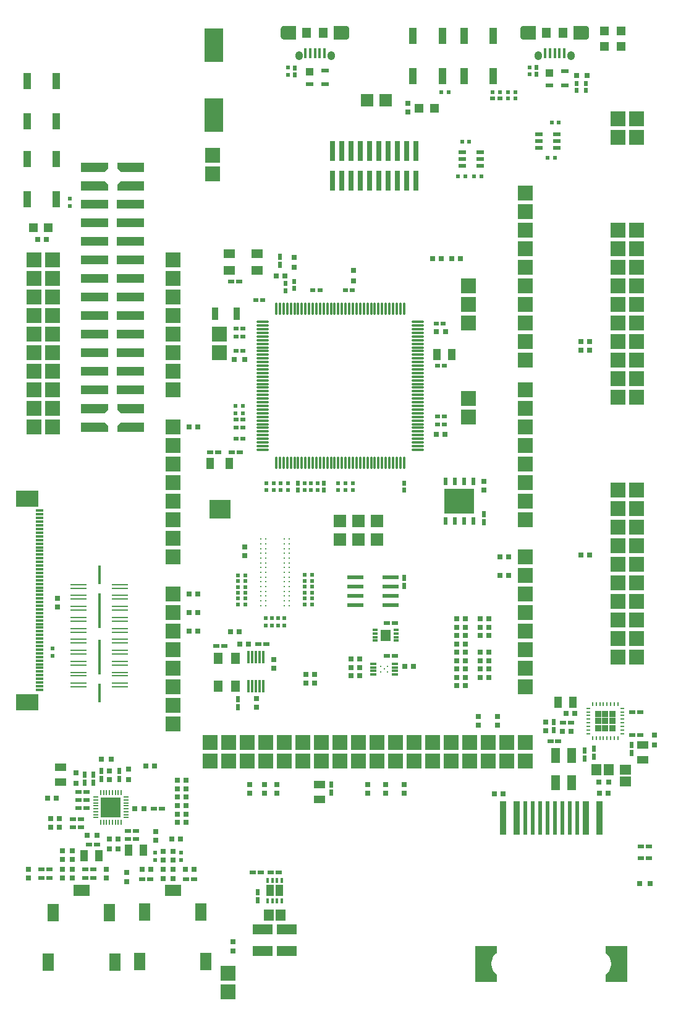
<source format=gtp>
G04 Layer_Color=8421504*
%FSLAX43Y43*%
%MOMM*%
G71*
G01*
G75*
%ADD11R,0.550X0.600*%
%ADD12R,0.600X0.550*%
%ADD13R,0.800X0.650*%
%ADD14R,0.650X0.500*%
%ADD15R,0.500X0.650*%
%ADD16R,1.600X1.300*%
%ADD17R,1.000X2.250*%
%ADD18R,2.800X1.400*%
%ADD19R,0.650X0.800*%
%ADD20R,1.092X1.600*%
%ADD21R,0.700X0.700*%
%ADD22R,0.700X0.700*%
%ADD24R,0.900X0.600*%
%ADD25R,0.600X0.900*%
%ADD26R,0.762X0.762*%
%ADD27R,0.762X0.762*%
%ADD28R,0.500X0.600*%
%ADD29R,1.600X1.092*%
%ADD30R,1.500X1.350*%
%ADD31R,1.350X1.500*%
%ADD32R,2.200X1.500*%
%ADD33R,1.500X2.400*%
%ADD34R,1.100X1.000*%
%ADD35R,1.100X0.600*%
%ADD36R,1.200X1.200*%
%ADD37R,1.200X1.200*%
%ADD38R,0.400X1.350*%
%ADD39R,1.050X0.600*%
%ADD40R,0.950X1.750*%
%ADD41R,2.500X4.600*%
%ADD42R,2.200X0.600*%
%ADD43R,0.300X1.700*%
%ADD44O,0.300X1.700*%
%ADD45O,1.700X0.300*%
%ADD47R,0.850X0.300*%
%ADD48R,0.230X0.500*%
%ADD50R,0.500X0.230*%
%ADD51C,0.320*%
%ADD52R,4.100X3.500*%
%ADD53R,0.600X1.100*%
%ADD55R,0.350X0.675*%
%ADD56R,0.700X0.300*%
%ADD58O,0.200X0.700*%
%ADD59O,0.700X0.200*%
%ADD60R,2.800X2.800*%
%ADD61R,1.300X1.600*%
%ADD62R,1.000X1.600*%
%ADD63R,3.000X2.500*%
%ADD64R,1.200X2.000*%
%ADD65R,2.000X4.900*%
%ADD66R,0.810X4.600*%
%ADD67R,0.610X4.600*%
%ADD68R,1.100X0.300*%
%ADD69R,3.100X2.300*%
%ADD70R,3.200X1.270*%
%ADD71R,3.683X1.270*%
%ADD72R,0.740X2.790*%
%ADD73R,0.430X4.700*%
%ADD74R,0.430X2.540*%
%ADD75R,2.270X0.280*%
G04:AMPARAMS|DCode=90|XSize=2.1mm|YSize=1.9mm|CornerRadius=0.494mm|HoleSize=0mm|Usage=FLASHONLY|Rotation=0.000|XOffset=0mm|YOffset=0mm|HoleType=Round|Shape=RoundedRectangle|*
%AMROUNDEDRECTD90*
21,1,2.100,0.912,0,0,0.0*
21,1,1.112,1.900,0,0,0.0*
1,1,0.988,0.556,-0.456*
1,1,0.988,-0.556,-0.456*
1,1,0.988,-0.556,0.456*
1,1,0.988,0.556,0.456*
%
%ADD90ROUNDEDRECTD90*%
G04:AMPARAMS|DCode=91|XSize=1.05mm|YSize=1.25mm|CornerRadius=0.525mm|HoleSize=0mm|Usage=FLASHONLY|Rotation=180.000|XOffset=0mm|YOffset=0mm|HoleType=Round|Shape=RoundedRectangle|*
%AMROUNDEDRECTD91*
21,1,1.050,0.200,0,0,180.0*
21,1,0.000,1.250,0,0,180.0*
1,1,1.050,0.000,0.100*
1,1,1.050,0.000,0.100*
1,1,1.050,0.000,-0.100*
1,1,1.050,0.000,-0.100*
%
%ADD91ROUNDEDRECTD91*%
%ADD154R,2.100X2.100*%
%ADD155R,2.100X2.100*%
%ADD156C,0.264*%
%ADD157R,1.750X1.750*%
%ADD158R,0.870X0.870*%
%ADD159R,1.125X1.550*%
%ADD160R,1.700X1.700*%
%ADD161R,1.350X1.550*%
%ADD162R,1.300X1.400*%
G36*
X-76820Y-53299D02*
X-77270Y-53749D01*
X-80500D01*
Y-52479D01*
X-76820D01*
Y-53299D01*
D02*
G37*
G36*
X-71870Y-53749D02*
X-75100D01*
X-75550Y-53299D01*
Y-52479D01*
X-71870D01*
Y-53749D01*
D02*
G37*
G36*
X-76820Y-22449D02*
Y-23269D01*
X-80500D01*
Y-21999D01*
X-77270D01*
X-76820Y-22449D01*
D02*
G37*
G36*
X-71870Y-56289D02*
X-75550D01*
Y-55469D01*
X-75100Y-55019D01*
X-71870D01*
Y-56289D01*
D02*
G37*
G36*
X-23495Y-127581D02*
X-23494Y-127585D01*
X-23611Y-127675D01*
X-23821Y-127881D01*
X-23995Y-128117D01*
X-24131Y-128378D01*
X-24223Y-128658D01*
X-24269Y-128948D01*
Y-129242D01*
X-24223Y-129532D01*
X-24131Y-129812D01*
X-23995Y-130073D01*
X-23821Y-130309D01*
X-23611Y-130515D01*
X-23494Y-130605D01*
X-23495D01*
Y-131545D01*
X-26495D01*
Y-126645D01*
X-23495D01*
X-23495Y-127581D01*
D02*
G37*
G36*
X-5655Y-131545D02*
X-8655D01*
X-8655Y-130609D01*
Y-130610D01*
X-8656Y-130605D01*
X-8539Y-130515D01*
X-8329Y-130309D01*
X-8155Y-130073D01*
X-8019Y-129812D01*
X-7927Y-129532D01*
X-7881Y-129242D01*
Y-128948D01*
X-7927Y-128658D01*
X-8019Y-128378D01*
X-8155Y-128117D01*
X-8329Y-127881D01*
X-8539Y-127675D01*
X-8656Y-127585D01*
Y-127585D01*
X-8655D01*
Y-126645D01*
X-5655D01*
Y-131545D01*
D02*
G37*
G36*
X-76820Y-55469D02*
Y-56289D01*
X-80500D01*
Y-55019D01*
X-77270D01*
X-76820Y-55469D01*
D02*
G37*
G36*
X-44186Y-729D02*
X-44133Y-736D01*
X-44080Y-751D01*
X-44037Y-767D01*
X-43995Y-787D01*
X-43951Y-815D01*
X-43913Y-844D01*
X-43874Y-878D01*
X-43845Y-914D01*
X-43817Y-951D01*
X-43793Y-992D01*
X-43773Y-1034D01*
X-43757Y-1076D01*
X-43745Y-1127D01*
X-43738Y-1172D01*
X-43734Y-1225D01*
Y-2125D01*
X-43738Y-2180D01*
X-43746Y-2225D01*
X-43758Y-2275D01*
X-43774Y-2315D01*
X-43787Y-2348D01*
X-43812Y-2391D01*
X-43838Y-2428D01*
X-43869Y-2466D01*
X-43914Y-2507D01*
X-43954Y-2537D01*
X-44000Y-2566D01*
X-44053Y-2590D01*
X-44140Y-2616D01*
X-44234Y-2625D01*
X-45834D01*
Y-725D01*
X-44234D01*
X-44186Y-729D01*
D02*
G37*
G36*
X-18200Y-2625D02*
X-19800D01*
X-19848Y-2621D01*
X-19901Y-2614D01*
X-19954Y-2599D01*
X-19997Y-2583D01*
X-20039Y-2563D01*
X-20083Y-2535D01*
X-20121Y-2506D01*
X-20160Y-2472D01*
X-20189Y-2436D01*
X-20217Y-2399D01*
X-20241Y-2358D01*
X-20261Y-2316D01*
X-20277Y-2274D01*
X-20289Y-2223D01*
X-20296Y-2178D01*
X-20300Y-2125D01*
Y-1225D01*
X-20296Y-1170D01*
X-20288Y-1125D01*
X-20276Y-1075D01*
X-20260Y-1035D01*
X-20247Y-1002D01*
X-20222Y-959D01*
X-20196Y-922D01*
X-20165Y-884D01*
X-20120Y-843D01*
X-20080Y-813D01*
X-20034Y-784D01*
X-19981Y-760D01*
X-19894Y-734D01*
X-19800Y-725D01*
X-18200D01*
Y-2625D01*
D02*
G37*
G36*
X-11352Y-729D02*
X-11299Y-736D01*
X-11246Y-751D01*
X-11203Y-767D01*
X-11161Y-787D01*
X-11117Y-815D01*
X-11079Y-844D01*
X-11040Y-878D01*
X-11011Y-914D01*
X-10983Y-951D01*
X-10959Y-992D01*
X-10939Y-1034D01*
X-10923Y-1076D01*
X-10911Y-1127D01*
X-10904Y-1172D01*
X-10900Y-1225D01*
Y-2125D01*
X-10904Y-2180D01*
X-10912Y-2225D01*
X-10924Y-2275D01*
X-10940Y-2315D01*
X-10953Y-2348D01*
X-10978Y-2391D01*
X-11004Y-2428D01*
X-11035Y-2466D01*
X-11080Y-2507D01*
X-11120Y-2537D01*
X-11166Y-2566D01*
X-11219Y-2590D01*
X-11306Y-2616D01*
X-11400Y-2625D01*
X-13000D01*
Y-725D01*
X-11400D01*
X-11352Y-729D01*
D02*
G37*
G36*
X-51034Y-2625D02*
X-52634D01*
X-52682Y-2621D01*
X-52735Y-2614D01*
X-52788Y-2599D01*
X-52831Y-2583D01*
X-52873Y-2563D01*
X-52917Y-2535D01*
X-52955Y-2506D01*
X-52994Y-2472D01*
X-53023Y-2436D01*
X-53051Y-2399D01*
X-53075Y-2358D01*
X-53095Y-2316D01*
X-53111Y-2274D01*
X-53123Y-2223D01*
X-53130Y-2178D01*
X-53134Y-2125D01*
Y-1225D01*
X-53130Y-1170D01*
X-53122Y-1125D01*
X-53110Y-1075D01*
X-53094Y-1035D01*
X-53081Y-1002D01*
X-53056Y-959D01*
X-53030Y-922D01*
X-52999Y-884D01*
X-52954Y-843D01*
X-52914Y-813D01*
X-52868Y-784D01*
X-52815Y-760D01*
X-52728Y-734D01*
X-52634Y-725D01*
X-51034D01*
Y-2625D01*
D02*
G37*
G36*
X-71870Y-23269D02*
X-75550D01*
Y-22449D01*
X-75100Y-21999D01*
X-71870D01*
Y-23269D01*
D02*
G37*
G36*
X-76820Y-20279D02*
X-77270Y-20729D01*
X-80500D01*
Y-19459D01*
X-76820D01*
Y-20279D01*
D02*
G37*
G36*
X-71870Y-20729D02*
X-75100D01*
X-75550Y-20279D01*
Y-19459D01*
X-71870D01*
Y-20729D01*
D02*
G37*
D11*
X-52622Y-81777D02*
D03*
Y-82777D02*
D03*
X-53489Y-81777D02*
D03*
Y-82777D02*
D03*
X-54355Y-81777D02*
D03*
Y-82777D02*
D03*
X-55222Y-81777D02*
D03*
Y-82777D02*
D03*
X-49850Y-64300D02*
D03*
Y-63300D02*
D03*
X-48100Y-64300D02*
D03*
Y-63300D02*
D03*
X-48975Y-64300D02*
D03*
Y-63300D02*
D03*
X-45250Y-64300D02*
D03*
Y-63300D02*
D03*
X-43250Y-64300D02*
D03*
Y-63300D02*
D03*
X-52151Y-64300D02*
D03*
Y-63300D02*
D03*
X-53137Y-64300D02*
D03*
Y-63300D02*
D03*
X-54124Y-64300D02*
D03*
Y-63300D02*
D03*
X-55111Y-64300D02*
D03*
Y-63300D02*
D03*
X-82050Y-24425D02*
D03*
Y-25425D02*
D03*
X-52100Y-7478D02*
D03*
Y-6478D02*
D03*
X-19000Y-7400D02*
D03*
Y-6400D02*
D03*
X-84414Y-86946D02*
D03*
Y-85946D02*
D03*
X-44250Y-63300D02*
D03*
Y-64300D02*
D03*
D12*
X-49858Y-79911D02*
D03*
X-48858D02*
D03*
X-49858Y-79106D02*
D03*
X-48858D02*
D03*
X-49858Y-78301D02*
D03*
X-48858D02*
D03*
X-49858Y-77495D02*
D03*
X-48858D02*
D03*
X-49858Y-76690D02*
D03*
X-48858D02*
D03*
X-49858Y-75885D02*
D03*
X-48858D02*
D03*
X-57986Y-75950D02*
D03*
X-58986D02*
D03*
X-57986Y-76742D02*
D03*
X-58986D02*
D03*
X-57986Y-77534D02*
D03*
X-58986D02*
D03*
X-57986Y-78327D02*
D03*
X-58986D02*
D03*
X-57986Y-79119D02*
D03*
X-58986D02*
D03*
X-57986Y-79911D02*
D03*
X-58986D02*
D03*
X-16025Y-14000D02*
D03*
X-15025D02*
D03*
X-59300Y-53750D02*
D03*
X-58300D02*
D03*
X-59300Y-52750D02*
D03*
X-58300D02*
D03*
X-20975Y-10675D02*
D03*
X-21975D02*
D03*
X-31150Y-9850D02*
D03*
X-30150D02*
D03*
X-24100Y-9800D02*
D03*
X-23100D02*
D03*
X-21975D02*
D03*
X-20975D02*
D03*
X-15575Y-18800D02*
D03*
X-16575D02*
D03*
X-25632Y-21324D02*
D03*
X-26632D02*
D03*
X-28297Y-16630D02*
D03*
X-27297D02*
D03*
X-27827Y-21324D02*
D03*
X-28827D02*
D03*
D13*
X-30593Y-42578D02*
D03*
X-31793D02*
D03*
X-28542Y-32600D02*
D03*
X-29742D02*
D03*
X-31115D02*
D03*
X-32315D02*
D03*
X-57550Y-85325D02*
D03*
X-58750D02*
D03*
X-70400Y-102025D02*
D03*
X-71600D02*
D03*
X-85075Y-106400D02*
D03*
X-83875D02*
D03*
X-64975Y-116125D02*
D03*
X-66175D02*
D03*
X-72150D02*
D03*
X-70950D02*
D03*
X-66875Y-112025D02*
D03*
X-68075D02*
D03*
X-84650Y-110400D02*
D03*
X-83450D02*
D03*
X-84650Y-109250D02*
D03*
X-83450D02*
D03*
X-66125Y-104000D02*
D03*
X-67325D02*
D03*
X-71900Y-107875D02*
D03*
X-73100D02*
D03*
X-25794Y-87623D02*
D03*
X-24594D02*
D03*
X-25788Y-84173D02*
D03*
X-24588D02*
D03*
X-24594Y-88773D02*
D03*
X-25794D02*
D03*
X-25794Y-89923D02*
D03*
X-24594D02*
D03*
X-25794Y-81873D02*
D03*
X-24594D02*
D03*
X-25794Y-83023D02*
D03*
X-24594D02*
D03*
X-25794Y-86473D02*
D03*
X-24594D02*
D03*
X-27869Y-88773D02*
D03*
X-29069D02*
D03*
X-12850Y-94825D02*
D03*
X-14050D02*
D03*
X-27869Y-85323D02*
D03*
X-29069D02*
D03*
X-27869Y-89923D02*
D03*
X-29069D02*
D03*
X-27869Y-81873D02*
D03*
X-29069D02*
D03*
X-27869Y-83023D02*
D03*
X-29069D02*
D03*
X-27869Y-86473D02*
D03*
X-29069D02*
D03*
X-27869Y-87623D02*
D03*
X-29069D02*
D03*
X-27869Y-84173D02*
D03*
X-29069D02*
D03*
X-14550Y-97250D02*
D03*
X-13350D02*
D03*
X-23900Y-105800D02*
D03*
X-22700D02*
D03*
X-9450Y-105775D02*
D03*
X-8250D02*
D03*
X-27869Y-91048D02*
D03*
X-29069D02*
D03*
X-34925Y-88425D02*
D03*
X-36125D02*
D03*
X-42300Y-87375D02*
D03*
X-43500D02*
D03*
X-42300Y-88525D02*
D03*
X-43500D02*
D03*
X-42300Y-89675D02*
D03*
X-43500D02*
D03*
X-86450Y-29969D02*
D03*
X-85250D02*
D03*
X-52528Y-34968D02*
D03*
X-53728D02*
D03*
X-48475Y-90650D02*
D03*
X-49675D02*
D03*
X-48475Y-89500D02*
D03*
X-49675D02*
D03*
X-66125Y-105150D02*
D03*
X-67325D02*
D03*
X-66125Y-106300D02*
D03*
X-67325D02*
D03*
X-66125Y-108600D02*
D03*
X-67325D02*
D03*
X-60000Y-83675D02*
D03*
X-58800D02*
D03*
X-66125Y-109750D02*
D03*
X-67325D02*
D03*
X-66125Y-107450D02*
D03*
X-67325D02*
D03*
X-64475Y-83594D02*
D03*
X-65675D02*
D03*
X-64475Y-81069D02*
D03*
X-65675D02*
D03*
X-64475Y-78519D02*
D03*
X-65675D02*
D03*
X-64475Y-55644D02*
D03*
X-65675D02*
D03*
X-12050Y-73175D02*
D03*
X-10850D02*
D03*
X-23100Y-75969D02*
D03*
X-21900D02*
D03*
X-23100Y-73419D02*
D03*
X-21900D02*
D03*
X-12050Y-45125D02*
D03*
X-10850D02*
D03*
X-12050Y-43975D02*
D03*
X-10850D02*
D03*
X-30600Y-56649D02*
D03*
X-31800D02*
D03*
D14*
X-58325Y-45250D02*
D03*
X-59275D02*
D03*
X-43350Y-36900D02*
D03*
X-44300D02*
D03*
X-31850Y-41475D02*
D03*
X-30900D02*
D03*
X-31675Y-54150D02*
D03*
X-30725D02*
D03*
X-58325Y-57250D02*
D03*
X-59275D02*
D03*
X-58325Y-54650D02*
D03*
X-59275D02*
D03*
X-58325Y-42200D02*
D03*
X-59275D02*
D03*
X-55575Y-38250D02*
D03*
X-56525D02*
D03*
X-48725Y-36900D02*
D03*
X-47775D02*
D03*
X-31675Y-47250D02*
D03*
X-30725D02*
D03*
X-31675Y-55250D02*
D03*
X-30725D02*
D03*
X-58325Y-55750D02*
D03*
X-59275D02*
D03*
X-58325Y-43300D02*
D03*
X-59275D02*
D03*
X-24075Y-10675D02*
D03*
X-23125D02*
D03*
D15*
X-51300Y-36675D02*
D03*
Y-35725D02*
D03*
X-47250Y-63325D02*
D03*
Y-64275D02*
D03*
X-36250Y-63325D02*
D03*
Y-64275D02*
D03*
X-50750Y-63325D02*
D03*
Y-64275D02*
D03*
X-52450Y-36025D02*
D03*
Y-36975D02*
D03*
X-51200Y-6503D02*
D03*
Y-7453D02*
D03*
X-11300Y-9575D02*
D03*
Y-8625D02*
D03*
X-12600Y-9575D02*
D03*
Y-8625D02*
D03*
X-18100Y-6425D02*
D03*
Y-7375D02*
D03*
D16*
X-60175Y-31925D02*
D03*
X-56375D02*
D03*
Y-34225D02*
D03*
X-60175D02*
D03*
D17*
X-83850Y-13825D02*
D03*
Y-8325D02*
D03*
X-87850D02*
D03*
Y-13825D02*
D03*
X-31000Y-7650D02*
D03*
Y-2150D02*
D03*
X-35000D02*
D03*
Y-7650D02*
D03*
X-24000D02*
D03*
Y-2150D02*
D03*
X-28000D02*
D03*
Y-7650D02*
D03*
X-83850Y-24450D02*
D03*
Y-18950D02*
D03*
X-87850D02*
D03*
Y-24450D02*
D03*
D18*
X-52305Y-127300D02*
D03*
Y-124400D02*
D03*
X-55605D02*
D03*
Y-127300D02*
D03*
D19*
X-76625Y-102675D02*
D03*
Y-103875D02*
D03*
X-56500Y-94025D02*
D03*
Y-92825D02*
D03*
X-74200Y-117825D02*
D03*
Y-116625D02*
D03*
X-87725Y-117350D02*
D03*
Y-116150D02*
D03*
X-77075Y-117350D02*
D03*
Y-116150D02*
D03*
X-70300Y-112200D02*
D03*
Y-111000D02*
D03*
X-67900Y-114900D02*
D03*
Y-113700D02*
D03*
X-69225Y-114900D02*
D03*
Y-113700D02*
D03*
X-81725Y-113650D02*
D03*
Y-114850D02*
D03*
X-83075Y-113650D02*
D03*
Y-114850D02*
D03*
X-16875Y-95975D02*
D03*
Y-97175D02*
D03*
X-59700Y-126100D02*
D03*
Y-127300D02*
D03*
X-57377Y-104550D02*
D03*
Y-105750D02*
D03*
X-53678Y-104550D02*
D03*
Y-105750D02*
D03*
X-55377Y-104550D02*
D03*
Y-105750D02*
D03*
X-36253Y-104550D02*
D03*
Y-105750D02*
D03*
X-38753Y-104550D02*
D03*
Y-105750D02*
D03*
X-41253Y-104550D02*
D03*
Y-105750D02*
D03*
X-25325Y-64300D02*
D03*
Y-63100D02*
D03*
X-58050Y-72075D02*
D03*
Y-73275D02*
D03*
X-54100Y-87475D02*
D03*
Y-88675D02*
D03*
X-26025Y-95269D02*
D03*
Y-96469D02*
D03*
X-23475Y-95275D02*
D03*
Y-96475D02*
D03*
X-69225Y-117400D02*
D03*
Y-116200D02*
D03*
X-81725Y-116150D02*
D03*
Y-117350D02*
D03*
X-83075Y-116150D02*
D03*
Y-117350D02*
D03*
X-35675Y-11350D02*
D03*
Y-12550D02*
D03*
X-83706Y-80300D02*
D03*
Y-79100D02*
D03*
X-67900Y-117400D02*
D03*
Y-116200D02*
D03*
D20*
X-73991Y-113525D02*
D03*
X-71959D02*
D03*
X-78034Y-114300D02*
D03*
X-80066D02*
D03*
X-31725Y-45725D02*
D03*
X-29693D02*
D03*
X-13150Y-93275D02*
D03*
X-15182D02*
D03*
D21*
X-1925Y-99175D02*
D03*
Y-97775D02*
D03*
X-43175Y-34250D02*
D03*
Y-35650D02*
D03*
X-51300Y-32426D02*
D03*
Y-33826D02*
D03*
D22*
X-8175Y-104225D02*
D03*
X-9575D02*
D03*
X-58075Y-46400D02*
D03*
X-59475D02*
D03*
X-11200Y-7500D02*
D03*
X-12600D02*
D03*
X-3925Y-118075D02*
D03*
X-2525D02*
D03*
D24*
X-54475Y-116580D02*
D03*
X-53375D02*
D03*
X-55850D02*
D03*
X-56950D02*
D03*
X-61925Y-85625D02*
D03*
X-60825D02*
D03*
X-55100Y-85350D02*
D03*
X-56200D02*
D03*
X-74050Y-110875D02*
D03*
X-72950D02*
D03*
X-74050Y-111975D02*
D03*
X-72950D02*
D03*
X-78325Y-112750D02*
D03*
X-79425D02*
D03*
X-79750Y-106700D02*
D03*
X-80850D02*
D03*
X-79750Y-107800D02*
D03*
X-80850D02*
D03*
X-66125Y-117500D02*
D03*
X-65025D02*
D03*
X-71000D02*
D03*
X-72100D02*
D03*
X-80850Y-105600D02*
D03*
X-79750D02*
D03*
X-80500Y-110375D02*
D03*
X-81600D02*
D03*
X-80500Y-109275D02*
D03*
X-81600D02*
D03*
X-84850Y-117350D02*
D03*
X-85950D02*
D03*
X-79950D02*
D03*
X-78850D02*
D03*
X-84850Y-116150D02*
D03*
X-85950D02*
D03*
X-79950D02*
D03*
X-78850D02*
D03*
X-69425Y-107875D02*
D03*
X-70525D02*
D03*
X-13400Y-96125D02*
D03*
X-14500D02*
D03*
X-4950Y-97825D02*
D03*
X-3850D02*
D03*
X-16200Y-98650D02*
D03*
X-15100D02*
D03*
X-3775Y-114665D02*
D03*
X-2675D02*
D03*
X-3775Y-113025D02*
D03*
X-2675D02*
D03*
X-4950Y-94625D02*
D03*
X-3850D02*
D03*
X-37475Y-82475D02*
D03*
X-38575D02*
D03*
X-37475Y-86925D02*
D03*
X-38575D02*
D03*
X-58800Y-35750D02*
D03*
X-59900D02*
D03*
X-61675Y-59075D02*
D03*
X-62775D02*
D03*
X-58725D02*
D03*
X-59825D02*
D03*
D25*
X-77750Y-103825D02*
D03*
Y-102725D02*
D03*
X-78850Y-104325D02*
D03*
Y-103225D02*
D03*
X-79975Y-104325D02*
D03*
Y-103225D02*
D03*
X-58975Y-92875D02*
D03*
Y-93975D02*
D03*
X-75250Y-103832D02*
D03*
Y-102732D02*
D03*
X-15750Y-96025D02*
D03*
Y-97125D02*
D03*
X-5100Y-99125D02*
D03*
Y-100225D02*
D03*
X-11525Y-101000D02*
D03*
Y-99900D02*
D03*
X-10250Y-99650D02*
D03*
Y-100750D02*
D03*
X-46248Y-104600D02*
D03*
Y-105700D02*
D03*
X-25325Y-68650D02*
D03*
Y-67550D02*
D03*
X-36225Y-76275D02*
D03*
Y-77375D02*
D03*
X-53275Y-33475D02*
D03*
Y-32375D02*
D03*
X-56250Y-120380D02*
D03*
Y-119280D02*
D03*
D26*
X-81175Y-104374D02*
D03*
Y-102977D02*
D03*
X-74025Y-103881D02*
D03*
Y-102484D02*
D03*
X-76600Y-112002D02*
D03*
Y-113398D02*
D03*
X-75400Y-112002D02*
D03*
Y-113398D02*
D03*
D27*
X-78276Y-111550D02*
D03*
X-79674D02*
D03*
X-76352Y-101075D02*
D03*
X-77748D02*
D03*
D28*
X-70333Y-113851D02*
D03*
X-70333Y-114901D02*
D03*
X-66802Y-113851D02*
D03*
X-66802Y-114901D02*
D03*
D29*
X-3525Y-99150D02*
D03*
Y-101182D02*
D03*
X-47823Y-104550D02*
D03*
Y-106582D02*
D03*
X-83325Y-104266D02*
D03*
Y-102234D02*
D03*
D30*
X-5900Y-102500D02*
D03*
Y-104150D02*
D03*
D31*
X-9875Y-102550D02*
D03*
X-8225D02*
D03*
X-53125Y-122455D02*
D03*
X-54775D02*
D03*
D32*
X-67925Y-119025D02*
D03*
X-80425Y-119075D02*
D03*
D33*
X-63375Y-128775D02*
D03*
X-72475D02*
D03*
X-64075Y-122025D02*
D03*
X-71775D02*
D03*
X-75875Y-128825D02*
D03*
X-84975D02*
D03*
X-76575Y-122075D02*
D03*
X-84275D02*
D03*
D34*
X-16325Y-7178D02*
D03*
X-49159Y-7028D02*
D03*
D35*
X-16325Y-8878D02*
D03*
X-14225D02*
D03*
Y-6978D02*
D03*
X-49159Y-8728D02*
D03*
X-47059D02*
D03*
Y-6828D02*
D03*
D36*
X-34150Y-12000D02*
D03*
X-32050D02*
D03*
X-84954Y-28350D02*
D03*
X-87054D02*
D03*
D37*
X-6500Y-1450D02*
D03*
Y-3550D02*
D03*
X-8750Y-1450D02*
D03*
Y-3550D02*
D03*
D38*
X-49734Y-4475D02*
D03*
X-49084D02*
D03*
X-47134D02*
D03*
X-47784D02*
D03*
X-48434D02*
D03*
X-16900D02*
D03*
X-16250D02*
D03*
X-15600D02*
D03*
X-14950D02*
D03*
X-14300D02*
D03*
D39*
X-25807Y-19918D02*
D03*
Y-18968D02*
D03*
Y-18018D02*
D03*
X-28257D02*
D03*
Y-18968D02*
D03*
Y-19918D02*
D03*
X-15287Y-17445D02*
D03*
Y-16495D02*
D03*
Y-15545D02*
D03*
X-17737D02*
D03*
Y-16495D02*
D03*
Y-17445D02*
D03*
D40*
X-62125Y-40125D02*
D03*
X-59175D02*
D03*
D41*
X-62325Y-3350D02*
D03*
Y-12950D02*
D03*
D42*
X-42925Y-76220D02*
D03*
Y-77490D02*
D03*
Y-78760D02*
D03*
Y-80030D02*
D03*
X-38125Y-76220D02*
D03*
Y-77490D02*
D03*
Y-78760D02*
D03*
Y-80030D02*
D03*
D43*
X-55550Y-87100D02*
D03*
X-56050D02*
D03*
X-56550D02*
D03*
X-57050D02*
D03*
X-57550D02*
D03*
X-55550Y-91100D02*
D03*
X-56050D02*
D03*
X-56550D02*
D03*
X-57050D02*
D03*
X-57550D02*
D03*
D44*
X-53750Y-39450D02*
D03*
X-53250D02*
D03*
X-52750D02*
D03*
X-52250D02*
D03*
X-51750D02*
D03*
X-51250D02*
D03*
X-50750D02*
D03*
X-49250D02*
D03*
X-48750D02*
D03*
X-48250D02*
D03*
X-47750D02*
D03*
X-47250D02*
D03*
X-46750D02*
D03*
X-46250D02*
D03*
X-45750D02*
D03*
X-45250D02*
D03*
X-44750D02*
D03*
X-44250D02*
D03*
X-43750D02*
D03*
X-43250D02*
D03*
X-42750D02*
D03*
X-42250D02*
D03*
X-41750D02*
D03*
X-41250D02*
D03*
X-40750D02*
D03*
X-40250D02*
D03*
X-39750D02*
D03*
X-39250D02*
D03*
X-38750D02*
D03*
X-38250D02*
D03*
X-37750D02*
D03*
X-37250D02*
D03*
X-36750D02*
D03*
X-36250D02*
D03*
Y-60550D02*
D03*
X-36750D02*
D03*
X-37250D02*
D03*
X-37750D02*
D03*
X-38250D02*
D03*
X-38750D02*
D03*
X-39250D02*
D03*
X-39750D02*
D03*
X-40250D02*
D03*
X-40750D02*
D03*
X-41250D02*
D03*
X-41750D02*
D03*
X-42250D02*
D03*
X-42750D02*
D03*
X-43250D02*
D03*
X-43750D02*
D03*
X-44250D02*
D03*
X-44750D02*
D03*
X-45250D02*
D03*
X-45750D02*
D03*
X-46250D02*
D03*
X-46750D02*
D03*
X-47250D02*
D03*
X-47750D02*
D03*
X-48250D02*
D03*
X-48750D02*
D03*
X-49250D02*
D03*
X-49750D02*
D03*
X-50250D02*
D03*
X-50750D02*
D03*
X-51250D02*
D03*
X-51750D02*
D03*
X-52250D02*
D03*
X-52750D02*
D03*
X-53250D02*
D03*
X-53750D02*
D03*
X-49750Y-39450D02*
D03*
X-50250D02*
D03*
D45*
X-34400Y-41250D02*
D03*
Y-41750D02*
D03*
Y-42250D02*
D03*
Y-42750D02*
D03*
Y-43250D02*
D03*
Y-43750D02*
D03*
Y-44250D02*
D03*
Y-44750D02*
D03*
Y-45250D02*
D03*
Y-45750D02*
D03*
Y-46250D02*
D03*
Y-46750D02*
D03*
Y-47250D02*
D03*
Y-47750D02*
D03*
Y-48250D02*
D03*
Y-48750D02*
D03*
Y-49250D02*
D03*
Y-49750D02*
D03*
Y-50250D02*
D03*
Y-50750D02*
D03*
Y-51250D02*
D03*
Y-51750D02*
D03*
Y-52250D02*
D03*
Y-52750D02*
D03*
Y-53250D02*
D03*
Y-53750D02*
D03*
Y-54250D02*
D03*
Y-54750D02*
D03*
Y-55250D02*
D03*
Y-55750D02*
D03*
Y-56250D02*
D03*
Y-56750D02*
D03*
Y-57250D02*
D03*
Y-57750D02*
D03*
Y-58250D02*
D03*
Y-58750D02*
D03*
X-55600D02*
D03*
Y-58250D02*
D03*
Y-57750D02*
D03*
Y-57250D02*
D03*
Y-56750D02*
D03*
Y-56250D02*
D03*
Y-55750D02*
D03*
Y-55250D02*
D03*
Y-54750D02*
D03*
Y-54250D02*
D03*
Y-53750D02*
D03*
Y-53250D02*
D03*
Y-52750D02*
D03*
Y-52250D02*
D03*
Y-51750D02*
D03*
Y-51250D02*
D03*
Y-50750D02*
D03*
Y-50250D02*
D03*
Y-49750D02*
D03*
Y-49250D02*
D03*
Y-48750D02*
D03*
Y-48250D02*
D03*
Y-47750D02*
D03*
Y-47250D02*
D03*
Y-46750D02*
D03*
Y-46250D02*
D03*
Y-45750D02*
D03*
Y-45250D02*
D03*
Y-44750D02*
D03*
Y-44250D02*
D03*
Y-43750D02*
D03*
Y-43250D02*
D03*
Y-42750D02*
D03*
Y-42250D02*
D03*
Y-41750D02*
D03*
Y-41250D02*
D03*
D47*
X-40450Y-88025D02*
D03*
Y-88525D02*
D03*
Y-89525D02*
D03*
Y-89025D02*
D03*
X-37500D02*
D03*
Y-89525D02*
D03*
Y-88525D02*
D03*
Y-88025D02*
D03*
D48*
X-7925Y-98225D02*
D03*
X-7425D02*
D03*
X-6925D02*
D03*
X-9425D02*
D03*
X-9925D02*
D03*
X-10425D02*
D03*
X-8425D02*
D03*
X-8925D02*
D03*
X-6925Y-93525D02*
D03*
X-10425D02*
D03*
X-8425D02*
D03*
X-7925D02*
D03*
X-7425D02*
D03*
X-8925D02*
D03*
X-9425D02*
D03*
X-9925D02*
D03*
D50*
X-6325Y-94125D02*
D03*
Y-94625D02*
D03*
Y-95125D02*
D03*
Y-95625D02*
D03*
Y-96125D02*
D03*
Y-96625D02*
D03*
Y-97125D02*
D03*
Y-97625D02*
D03*
X-11025Y-94125D02*
D03*
Y-94625D02*
D03*
Y-95125D02*
D03*
Y-95625D02*
D03*
Y-96125D02*
D03*
Y-96625D02*
D03*
Y-97125D02*
D03*
Y-97625D02*
D03*
D51*
X-51972Y-80075D02*
D03*
X-52622D02*
D03*
X-55222D02*
D03*
X-55872D02*
D03*
X-51972Y-79425D02*
D03*
X-52622D02*
D03*
X-55222D02*
D03*
X-55872D02*
D03*
X-51972Y-78775D02*
D03*
X-52622D02*
D03*
X-55222D02*
D03*
X-55872D02*
D03*
X-51972Y-78125D02*
D03*
X-52622D02*
D03*
X-55222D02*
D03*
X-55872D02*
D03*
X-51972Y-77475D02*
D03*
X-52622D02*
D03*
X-55222D02*
D03*
X-55872D02*
D03*
X-51972Y-76825D02*
D03*
X-52622D02*
D03*
X-55222D02*
D03*
X-55872D02*
D03*
X-51972Y-76175D02*
D03*
X-52622D02*
D03*
X-55222D02*
D03*
X-55872D02*
D03*
X-51972Y-75525D02*
D03*
X-52622D02*
D03*
X-55222D02*
D03*
X-55872D02*
D03*
X-51972Y-74875D02*
D03*
X-52622D02*
D03*
X-55222D02*
D03*
X-55872D02*
D03*
X-51972Y-74225D02*
D03*
X-52622D02*
D03*
X-55222D02*
D03*
X-55872D02*
D03*
X-51972Y-73575D02*
D03*
X-52622D02*
D03*
X-55222D02*
D03*
X-55872D02*
D03*
X-51972Y-72925D02*
D03*
X-52622D02*
D03*
X-55222D02*
D03*
X-55872D02*
D03*
X-51972Y-72275D02*
D03*
X-52622D02*
D03*
X-55222D02*
D03*
X-55872D02*
D03*
X-51972Y-71625D02*
D03*
X-52622D02*
D03*
X-55222D02*
D03*
X-55872D02*
D03*
X-51972Y-70975D02*
D03*
X-52622D02*
D03*
X-55222D02*
D03*
X-55872D02*
D03*
D52*
X-28650Y-65800D02*
D03*
D53*
X-26745Y-68500D02*
D03*
X-28015D02*
D03*
X-29285D02*
D03*
X-30555D02*
D03*
Y-63100D02*
D03*
X-29285D02*
D03*
X-28015D02*
D03*
X-26745D02*
D03*
D55*
X-52975Y-120493D02*
D03*
X-53625D02*
D03*
X-54275D02*
D03*
X-54925D02*
D03*
Y-117668D02*
D03*
X-54275D02*
D03*
X-53625D02*
D03*
X-52975D02*
D03*
D56*
X-37325Y-83375D02*
D03*
Y-83875D02*
D03*
Y-84375D02*
D03*
Y-84875D02*
D03*
X-40225D02*
D03*
Y-84375D02*
D03*
Y-83875D02*
D03*
Y-83375D02*
D03*
D58*
X-77800Y-109725D02*
D03*
X-77400D02*
D03*
X-77000D02*
D03*
X-76600D02*
D03*
X-76200D02*
D03*
X-75800D02*
D03*
X-75400D02*
D03*
X-75000D02*
D03*
X-77800Y-105625D02*
D03*
X-77400D02*
D03*
X-77000D02*
D03*
X-76600D02*
D03*
X-76200D02*
D03*
X-75800D02*
D03*
X-75400D02*
D03*
X-75000D02*
D03*
D59*
X-74350Y-109075D02*
D03*
Y-108675D02*
D03*
Y-108275D02*
D03*
Y-107875D02*
D03*
Y-107475D02*
D03*
Y-107075D02*
D03*
Y-106675D02*
D03*
Y-106275D02*
D03*
X-78450Y-109075D02*
D03*
Y-108675D02*
D03*
Y-108275D02*
D03*
Y-107875D02*
D03*
Y-107475D02*
D03*
Y-107075D02*
D03*
Y-106675D02*
D03*
Y-106275D02*
D03*
D60*
X-76400Y-107675D02*
D03*
D61*
X-59375Y-87300D02*
D03*
Y-91100D02*
D03*
X-61675D02*
D03*
Y-87300D02*
D03*
D62*
X-60175Y-60625D02*
D03*
X-62775D02*
D03*
D63*
X-61475Y-66875D02*
D03*
D64*
X-13276Y-104314D02*
D03*
Y-100614D02*
D03*
X-15476D02*
D03*
Y-104314D02*
D03*
D65*
X-25495Y-129095D02*
D03*
X-6655D02*
D03*
D66*
X-22685Y-109175D02*
D03*
X-20845D02*
D03*
X-11305D02*
D03*
X-9465D02*
D03*
D67*
X-19645D02*
D03*
X-18625D02*
D03*
X-17605D02*
D03*
X-16585D02*
D03*
X-15565D02*
D03*
X-13525D02*
D03*
X-12505D02*
D03*
X-14545D02*
D03*
D68*
X-86150Y-69600D02*
D03*
Y-70100D02*
D03*
Y-70600D02*
D03*
Y-71100D02*
D03*
Y-71600D02*
D03*
Y-72100D02*
D03*
Y-72600D02*
D03*
Y-73100D02*
D03*
Y-73600D02*
D03*
Y-74100D02*
D03*
Y-74600D02*
D03*
Y-75100D02*
D03*
Y-75600D02*
D03*
Y-76100D02*
D03*
Y-76600D02*
D03*
Y-77100D02*
D03*
Y-77600D02*
D03*
Y-78100D02*
D03*
Y-78600D02*
D03*
Y-79100D02*
D03*
Y-79600D02*
D03*
Y-80100D02*
D03*
Y-80600D02*
D03*
Y-81100D02*
D03*
Y-81600D02*
D03*
Y-82100D02*
D03*
Y-82600D02*
D03*
Y-83100D02*
D03*
Y-83600D02*
D03*
Y-84100D02*
D03*
Y-84600D02*
D03*
Y-85100D02*
D03*
Y-85600D02*
D03*
Y-86100D02*
D03*
Y-86600D02*
D03*
Y-87100D02*
D03*
Y-87600D02*
D03*
Y-88100D02*
D03*
Y-88600D02*
D03*
Y-89100D02*
D03*
Y-89600D02*
D03*
Y-90100D02*
D03*
Y-90600D02*
D03*
Y-91100D02*
D03*
Y-91600D02*
D03*
Y-69100D02*
D03*
Y-68600D02*
D03*
Y-68100D02*
D03*
Y-67600D02*
D03*
Y-67100D02*
D03*
D69*
X-87850Y-65430D02*
D03*
Y-93270D02*
D03*
D70*
X-73467Y-55654D02*
D03*
X-78903D02*
D03*
X-73467Y-53114D02*
D03*
X-78903D02*
D03*
X-73467Y-22634D02*
D03*
X-78903D02*
D03*
X-73467Y-20094D02*
D03*
X-78903D02*
D03*
D71*
X-73708Y-50574D02*
D03*
X-78661D02*
D03*
X-73708Y-48034D02*
D03*
X-78661D02*
D03*
X-73708Y-45494D02*
D03*
X-78661D02*
D03*
X-73708Y-42954D02*
D03*
X-78661D02*
D03*
X-73708Y-40414D02*
D03*
X-78661D02*
D03*
X-73708Y-37874D02*
D03*
X-78661D02*
D03*
X-73708Y-35334D02*
D03*
X-78661D02*
D03*
X-73708Y-32794D02*
D03*
X-78661D02*
D03*
X-73708Y-30254D02*
D03*
X-78661D02*
D03*
X-73708Y-27714D02*
D03*
X-78661D02*
D03*
X-73708Y-25174D02*
D03*
X-78661D02*
D03*
D72*
X-34610Y-17840D02*
D03*
Y-21910D02*
D03*
X-35880Y-17840D02*
D03*
Y-21910D02*
D03*
X-37150Y-17840D02*
D03*
Y-21910D02*
D03*
X-38420Y-17840D02*
D03*
Y-21910D02*
D03*
X-39690Y-17840D02*
D03*
Y-21910D02*
D03*
X-40960Y-17840D02*
D03*
Y-21910D02*
D03*
X-42230Y-17840D02*
D03*
Y-21910D02*
D03*
X-43500Y-17840D02*
D03*
Y-21910D02*
D03*
X-44770Y-17840D02*
D03*
Y-21910D02*
D03*
X-46040Y-17840D02*
D03*
Y-21910D02*
D03*
D73*
X-78000Y-80775D02*
D03*
Y-87125D02*
D03*
D74*
Y-75885D02*
D03*
Y-92015D02*
D03*
D75*
X-75130Y-91200D02*
D03*
X-80870D02*
D03*
X-75130Y-90700D02*
D03*
X-80870D02*
D03*
X-75130Y-89700D02*
D03*
X-80870D02*
D03*
X-75130Y-89200D02*
D03*
X-80870D02*
D03*
X-75130Y-88200D02*
D03*
X-80870D02*
D03*
X-75130Y-87700D02*
D03*
X-80870D02*
D03*
X-75130Y-86700D02*
D03*
X-80870D02*
D03*
X-75130Y-86200D02*
D03*
X-80870D02*
D03*
X-75130Y-85200D02*
D03*
X-80870D02*
D03*
X-75130Y-84700D02*
D03*
X-80870D02*
D03*
X-75130Y-83700D02*
D03*
X-80870D02*
D03*
X-75130Y-83200D02*
D03*
X-80870D02*
D03*
X-75130Y-82200D02*
D03*
X-80870D02*
D03*
X-75130Y-81700D02*
D03*
X-80870D02*
D03*
X-75130Y-80700D02*
D03*
X-80870D02*
D03*
X-75130Y-80200D02*
D03*
X-80870D02*
D03*
X-75130Y-79200D02*
D03*
X-80870D02*
D03*
X-75130Y-78700D02*
D03*
X-80870D02*
D03*
X-75130Y-77700D02*
D03*
X-80870D02*
D03*
X-75130Y-77200D02*
D03*
X-80870D02*
D03*
D90*
X-44784Y-1675D02*
D03*
X-52084D02*
D03*
X-11950D02*
D03*
X-19250D02*
D03*
D91*
X-46209Y-4800D02*
D03*
X-50659D02*
D03*
X-13375D02*
D03*
X-17825D02*
D03*
D154*
X-60350Y-130405D02*
D03*
Y-132945D02*
D03*
X-27442Y-51755D02*
D03*
Y-54295D02*
D03*
X-4430Y-74450D02*
D03*
X-6970D02*
D03*
X-4430Y-71910D02*
D03*
X-6970D02*
D03*
X-4430Y-69370D02*
D03*
X-6970D02*
D03*
X-4430Y-66830D02*
D03*
X-6970D02*
D03*
X-4430Y-64290D02*
D03*
X-6970Y-76990D02*
D03*
X-4430D02*
D03*
X-6970Y-79530D02*
D03*
X-4430D02*
D03*
X-6970Y-82070D02*
D03*
X-4430D02*
D03*
X-6970Y-84610D02*
D03*
X-4430D02*
D03*
X-6970Y-87150D02*
D03*
X-4430D02*
D03*
X-6970Y-64290D02*
D03*
X-61550Y-45500D02*
D03*
Y-42960D02*
D03*
X-50150Y-101374D02*
D03*
Y-98834D02*
D03*
X-52690D02*
D03*
Y-101374D02*
D03*
X-57770D02*
D03*
Y-98834D02*
D03*
X-55230D02*
D03*
Y-101374D02*
D03*
X-62850D02*
D03*
Y-98834D02*
D03*
X-60310D02*
D03*
Y-101374D02*
D03*
X-34910D02*
D03*
Y-98834D02*
D03*
X-37450D02*
D03*
Y-101374D02*
D03*
X-42530D02*
D03*
Y-98834D02*
D03*
X-39990D02*
D03*
Y-101374D02*
D03*
X-47610D02*
D03*
Y-98834D02*
D03*
X-45070D02*
D03*
Y-101374D02*
D03*
X-29830D02*
D03*
Y-98834D02*
D03*
X-32370D02*
D03*
Y-101374D02*
D03*
X-24750D02*
D03*
Y-98834D02*
D03*
X-27290D02*
D03*
Y-101374D02*
D03*
X-22210D02*
D03*
Y-98834D02*
D03*
X-19670D02*
D03*
Y-101374D02*
D03*
X-4430Y-38890D02*
D03*
X-6970D02*
D03*
X-4430Y-36350D02*
D03*
X-6970D02*
D03*
X-4430Y-33810D02*
D03*
X-6970D02*
D03*
X-4430Y-31270D02*
D03*
X-6970D02*
D03*
X-4430Y-28730D02*
D03*
X-6970Y-41430D02*
D03*
X-4430D02*
D03*
X-6970Y-43970D02*
D03*
X-4430D02*
D03*
X-6970Y-46510D02*
D03*
X-4430D02*
D03*
X-6970Y-49050D02*
D03*
X-4430D02*
D03*
X-6970Y-51590D02*
D03*
X-4430D02*
D03*
X-6970Y-28730D02*
D03*
X-4430Y-16030D02*
D03*
X-6970D02*
D03*
X-4430Y-13490D02*
D03*
X-6970D02*
D03*
X-62510Y-18447D02*
D03*
Y-20987D02*
D03*
X-86980Y-32794D02*
D03*
X-84440D02*
D03*
Y-35334D02*
D03*
X-86980D02*
D03*
Y-37874D02*
D03*
X-84440D02*
D03*
Y-40414D02*
D03*
X-86980D02*
D03*
X-84440Y-42954D02*
D03*
X-86980D02*
D03*
Y-45494D02*
D03*
X-84440D02*
D03*
Y-48034D02*
D03*
X-86980D02*
D03*
X-84440Y-55654D02*
D03*
Y-53114D02*
D03*
Y-50574D02*
D03*
X-86980D02*
D03*
Y-53114D02*
D03*
Y-55654D02*
D03*
X-27442Y-41430D02*
D03*
Y-38890D02*
D03*
Y-36350D02*
D03*
D155*
X-19670Y-50574D02*
D03*
Y-53114D02*
D03*
Y-55654D02*
D03*
Y-58194D02*
D03*
Y-60734D02*
D03*
Y-63274D02*
D03*
Y-65814D02*
D03*
Y-68354D02*
D03*
Y-73434D02*
D03*
Y-75974D02*
D03*
Y-78514D02*
D03*
Y-81054D02*
D03*
Y-83594D02*
D03*
Y-86134D02*
D03*
Y-88674D02*
D03*
Y-91214D02*
D03*
X-67930Y-50574D02*
D03*
Y-48034D02*
D03*
Y-45494D02*
D03*
Y-42954D02*
D03*
Y-40414D02*
D03*
Y-37874D02*
D03*
Y-35334D02*
D03*
Y-32794D02*
D03*
Y-73434D02*
D03*
Y-70894D02*
D03*
Y-68354D02*
D03*
Y-65814D02*
D03*
Y-63274D02*
D03*
Y-60734D02*
D03*
Y-58194D02*
D03*
Y-55654D02*
D03*
X-19670Y-46510D02*
D03*
Y-43970D02*
D03*
Y-41430D02*
D03*
Y-38890D02*
D03*
Y-36350D02*
D03*
Y-33810D02*
D03*
Y-31270D02*
D03*
Y-28730D02*
D03*
Y-26190D02*
D03*
Y-23650D02*
D03*
X-67930Y-96294D02*
D03*
Y-93754D02*
D03*
Y-91214D02*
D03*
Y-88674D02*
D03*
Y-86134D02*
D03*
Y-83594D02*
D03*
Y-81054D02*
D03*
Y-78514D02*
D03*
D156*
X-38550Y-88375D02*
D03*
X-39400D02*
D03*
Y-89175D02*
D03*
X-38550D02*
D03*
X-38975Y-88775D02*
D03*
D157*
X-45070Y-71021D02*
D03*
Y-68481D02*
D03*
X-42530Y-71021D02*
D03*
Y-68481D02*
D03*
X-39990Y-71021D02*
D03*
Y-68481D02*
D03*
D158*
X-8675Y-95875D02*
D03*
X-8675Y-94875D02*
D03*
X-9675Y-94875D02*
D03*
X-9675Y-95875D02*
D03*
X-9675Y-96875D02*
D03*
X-8675Y-96875D02*
D03*
X-7675Y-96875D02*
D03*
X-7675Y-95875D02*
D03*
X-7675Y-94875D02*
D03*
D159*
X-53337Y-119080D02*
D03*
X-54562Y-119080D02*
D03*
D160*
X-38730Y-10950D02*
D03*
X-41270D02*
D03*
D161*
X-38775Y-84125D02*
D03*
D162*
X-47284Y-1675D02*
D03*
X-49584D02*
D03*
X-14450D02*
D03*
X-16750D02*
D03*
M02*

</source>
